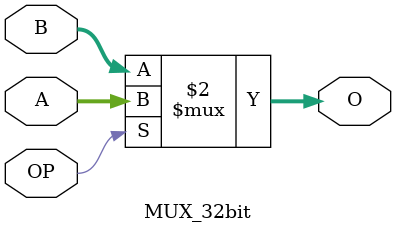
<source format=v>
module MUX_32bit #(parameter WIDTH = 32) (OP,A,B,O);

input [WIDTH-1:0] A,B;
input OP;
output [WIDTH-1:0] O;

assign O=(OP==1)?A:B;

endmodule

</source>
